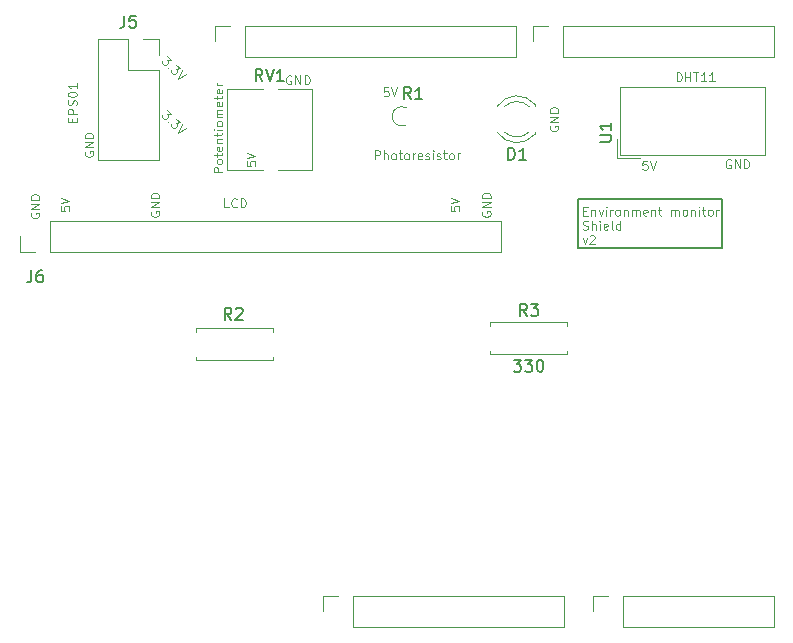
<source format=gto>
%TF.GenerationSoftware,KiCad,Pcbnew,7.0.1-0*%
%TF.CreationDate,2023-03-23T13:45:05+11:00*%
%TF.ProjectId,ArduinoEnvironmentMonitorShield,41726475-696e-46f4-956e-7669726f6e6d,rev?*%
%TF.SameCoordinates,Original*%
%TF.FileFunction,Legend,Top*%
%TF.FilePolarity,Positive*%
%FSLAX46Y46*%
G04 Gerber Fmt 4.6, Leading zero omitted, Abs format (unit mm)*
G04 Created by KiCad (PCBNEW 7.0.1-0) date 2023-03-23 13:45:05*
%MOMM*%
%LPD*%
G01*
G04 APERTURE LIST*
%ADD10C,0.150000*%
%ADD11C,0.100000*%
%ADD12C,0.120000*%
G04 APERTURE END LIST*
D10*
X148260000Y-62535000D02*
X160452000Y-62535000D01*
X160452000Y-66726000D01*
X148260000Y-66726000D01*
X148260000Y-62535000D01*
D11*
X131035429Y-59198964D02*
X131035429Y-58448964D01*
X131035429Y-58448964D02*
X131321143Y-58448964D01*
X131321143Y-58448964D02*
X131392572Y-58484678D01*
X131392572Y-58484678D02*
X131428286Y-58520392D01*
X131428286Y-58520392D02*
X131464000Y-58591821D01*
X131464000Y-58591821D02*
X131464000Y-58698964D01*
X131464000Y-58698964D02*
X131428286Y-58770392D01*
X131428286Y-58770392D02*
X131392572Y-58806107D01*
X131392572Y-58806107D02*
X131321143Y-58841821D01*
X131321143Y-58841821D02*
X131035429Y-58841821D01*
X131785429Y-59198964D02*
X131785429Y-58448964D01*
X132106858Y-59198964D02*
X132106858Y-58806107D01*
X132106858Y-58806107D02*
X132071143Y-58734678D01*
X132071143Y-58734678D02*
X131999715Y-58698964D01*
X131999715Y-58698964D02*
X131892572Y-58698964D01*
X131892572Y-58698964D02*
X131821143Y-58734678D01*
X131821143Y-58734678D02*
X131785429Y-58770392D01*
X132571143Y-59198964D02*
X132499714Y-59163250D01*
X132499714Y-59163250D02*
X132464000Y-59127535D01*
X132464000Y-59127535D02*
X132428286Y-59056107D01*
X132428286Y-59056107D02*
X132428286Y-58841821D01*
X132428286Y-58841821D02*
X132464000Y-58770392D01*
X132464000Y-58770392D02*
X132499714Y-58734678D01*
X132499714Y-58734678D02*
X132571143Y-58698964D01*
X132571143Y-58698964D02*
X132678286Y-58698964D01*
X132678286Y-58698964D02*
X132749714Y-58734678D01*
X132749714Y-58734678D02*
X132785429Y-58770392D01*
X132785429Y-58770392D02*
X132821143Y-58841821D01*
X132821143Y-58841821D02*
X132821143Y-59056107D01*
X132821143Y-59056107D02*
X132785429Y-59127535D01*
X132785429Y-59127535D02*
X132749714Y-59163250D01*
X132749714Y-59163250D02*
X132678286Y-59198964D01*
X132678286Y-59198964D02*
X132571143Y-59198964D01*
X133035428Y-58698964D02*
X133321142Y-58698964D01*
X133142571Y-58448964D02*
X133142571Y-59091821D01*
X133142571Y-59091821D02*
X133178285Y-59163250D01*
X133178285Y-59163250D02*
X133249714Y-59198964D01*
X133249714Y-59198964D02*
X133321142Y-59198964D01*
X133678285Y-59198964D02*
X133606856Y-59163250D01*
X133606856Y-59163250D02*
X133571142Y-59127535D01*
X133571142Y-59127535D02*
X133535428Y-59056107D01*
X133535428Y-59056107D02*
X133535428Y-58841821D01*
X133535428Y-58841821D02*
X133571142Y-58770392D01*
X133571142Y-58770392D02*
X133606856Y-58734678D01*
X133606856Y-58734678D02*
X133678285Y-58698964D01*
X133678285Y-58698964D02*
X133785428Y-58698964D01*
X133785428Y-58698964D02*
X133856856Y-58734678D01*
X133856856Y-58734678D02*
X133892571Y-58770392D01*
X133892571Y-58770392D02*
X133928285Y-58841821D01*
X133928285Y-58841821D02*
X133928285Y-59056107D01*
X133928285Y-59056107D02*
X133892571Y-59127535D01*
X133892571Y-59127535D02*
X133856856Y-59163250D01*
X133856856Y-59163250D02*
X133785428Y-59198964D01*
X133785428Y-59198964D02*
X133678285Y-59198964D01*
X134249713Y-59198964D02*
X134249713Y-58698964D01*
X134249713Y-58841821D02*
X134285427Y-58770392D01*
X134285427Y-58770392D02*
X134321142Y-58734678D01*
X134321142Y-58734678D02*
X134392570Y-58698964D01*
X134392570Y-58698964D02*
X134463999Y-58698964D01*
X134999713Y-59163250D02*
X134928285Y-59198964D01*
X134928285Y-59198964D02*
X134785428Y-59198964D01*
X134785428Y-59198964D02*
X134713999Y-59163250D01*
X134713999Y-59163250D02*
X134678285Y-59091821D01*
X134678285Y-59091821D02*
X134678285Y-58806107D01*
X134678285Y-58806107D02*
X134713999Y-58734678D01*
X134713999Y-58734678D02*
X134785428Y-58698964D01*
X134785428Y-58698964D02*
X134928285Y-58698964D01*
X134928285Y-58698964D02*
X134999713Y-58734678D01*
X134999713Y-58734678D02*
X135035428Y-58806107D01*
X135035428Y-58806107D02*
X135035428Y-58877535D01*
X135035428Y-58877535D02*
X134678285Y-58948964D01*
X135321142Y-59163250D02*
X135392570Y-59198964D01*
X135392570Y-59198964D02*
X135535427Y-59198964D01*
X135535427Y-59198964D02*
X135606856Y-59163250D01*
X135606856Y-59163250D02*
X135642570Y-59091821D01*
X135642570Y-59091821D02*
X135642570Y-59056107D01*
X135642570Y-59056107D02*
X135606856Y-58984678D01*
X135606856Y-58984678D02*
X135535427Y-58948964D01*
X135535427Y-58948964D02*
X135428285Y-58948964D01*
X135428285Y-58948964D02*
X135356856Y-58913250D01*
X135356856Y-58913250D02*
X135321142Y-58841821D01*
X135321142Y-58841821D02*
X135321142Y-58806107D01*
X135321142Y-58806107D02*
X135356856Y-58734678D01*
X135356856Y-58734678D02*
X135428285Y-58698964D01*
X135428285Y-58698964D02*
X135535427Y-58698964D01*
X135535427Y-58698964D02*
X135606856Y-58734678D01*
X135963999Y-59198964D02*
X135963999Y-58698964D01*
X135963999Y-58448964D02*
X135928285Y-58484678D01*
X135928285Y-58484678D02*
X135963999Y-58520392D01*
X135963999Y-58520392D02*
X135999713Y-58484678D01*
X135999713Y-58484678D02*
X135963999Y-58448964D01*
X135963999Y-58448964D02*
X135963999Y-58520392D01*
X136285428Y-59163250D02*
X136356856Y-59198964D01*
X136356856Y-59198964D02*
X136499713Y-59198964D01*
X136499713Y-59198964D02*
X136571142Y-59163250D01*
X136571142Y-59163250D02*
X136606856Y-59091821D01*
X136606856Y-59091821D02*
X136606856Y-59056107D01*
X136606856Y-59056107D02*
X136571142Y-58984678D01*
X136571142Y-58984678D02*
X136499713Y-58948964D01*
X136499713Y-58948964D02*
X136392571Y-58948964D01*
X136392571Y-58948964D02*
X136321142Y-58913250D01*
X136321142Y-58913250D02*
X136285428Y-58841821D01*
X136285428Y-58841821D02*
X136285428Y-58806107D01*
X136285428Y-58806107D02*
X136321142Y-58734678D01*
X136321142Y-58734678D02*
X136392571Y-58698964D01*
X136392571Y-58698964D02*
X136499713Y-58698964D01*
X136499713Y-58698964D02*
X136571142Y-58734678D01*
X136821142Y-58698964D02*
X137106856Y-58698964D01*
X136928285Y-58448964D02*
X136928285Y-59091821D01*
X136928285Y-59091821D02*
X136963999Y-59163250D01*
X136963999Y-59163250D02*
X137035428Y-59198964D01*
X137035428Y-59198964D02*
X137106856Y-59198964D01*
X137463999Y-59198964D02*
X137392570Y-59163250D01*
X137392570Y-59163250D02*
X137356856Y-59127535D01*
X137356856Y-59127535D02*
X137321142Y-59056107D01*
X137321142Y-59056107D02*
X137321142Y-58841821D01*
X137321142Y-58841821D02*
X137356856Y-58770392D01*
X137356856Y-58770392D02*
X137392570Y-58734678D01*
X137392570Y-58734678D02*
X137463999Y-58698964D01*
X137463999Y-58698964D02*
X137571142Y-58698964D01*
X137571142Y-58698964D02*
X137642570Y-58734678D01*
X137642570Y-58734678D02*
X137678285Y-58770392D01*
X137678285Y-58770392D02*
X137713999Y-58841821D01*
X137713999Y-58841821D02*
X137713999Y-59056107D01*
X137713999Y-59056107D02*
X137678285Y-59127535D01*
X137678285Y-59127535D02*
X137642570Y-59163250D01*
X137642570Y-59163250D02*
X137571142Y-59198964D01*
X137571142Y-59198964D02*
X137463999Y-59198964D01*
X138035427Y-59198964D02*
X138035427Y-58698964D01*
X138035427Y-58841821D02*
X138071141Y-58770392D01*
X138071141Y-58770392D02*
X138106856Y-58734678D01*
X138106856Y-58734678D02*
X138178284Y-58698964D01*
X138178284Y-58698964D02*
X138249713Y-58698964D01*
X106490678Y-58534428D02*
X106454964Y-58605857D01*
X106454964Y-58605857D02*
X106454964Y-58712999D01*
X106454964Y-58712999D02*
X106490678Y-58820142D01*
X106490678Y-58820142D02*
X106562107Y-58891571D01*
X106562107Y-58891571D02*
X106633535Y-58927285D01*
X106633535Y-58927285D02*
X106776392Y-58962999D01*
X106776392Y-58962999D02*
X106883535Y-58962999D01*
X106883535Y-58962999D02*
X107026392Y-58927285D01*
X107026392Y-58927285D02*
X107097821Y-58891571D01*
X107097821Y-58891571D02*
X107169250Y-58820142D01*
X107169250Y-58820142D02*
X107204964Y-58712999D01*
X107204964Y-58712999D02*
X107204964Y-58641571D01*
X107204964Y-58641571D02*
X107169250Y-58534428D01*
X107169250Y-58534428D02*
X107133535Y-58498714D01*
X107133535Y-58498714D02*
X106883535Y-58498714D01*
X106883535Y-58498714D02*
X106883535Y-58641571D01*
X107204964Y-58177285D02*
X106454964Y-58177285D01*
X106454964Y-58177285D02*
X107204964Y-57748714D01*
X107204964Y-57748714D02*
X106454964Y-57748714D01*
X107204964Y-57391571D02*
X106454964Y-57391571D01*
X106454964Y-57391571D02*
X106454964Y-57213000D01*
X106454964Y-57213000D02*
X106490678Y-57105857D01*
X106490678Y-57105857D02*
X106562107Y-57034428D01*
X106562107Y-57034428D02*
X106633535Y-56998714D01*
X106633535Y-56998714D02*
X106776392Y-56963000D01*
X106776392Y-56963000D02*
X106883535Y-56963000D01*
X106883535Y-56963000D02*
X107026392Y-56998714D01*
X107026392Y-56998714D02*
X107097821Y-57034428D01*
X107097821Y-57034428D02*
X107169250Y-57105857D01*
X107169250Y-57105857D02*
X107204964Y-57213000D01*
X107204964Y-57213000D02*
X107204964Y-57391571D01*
X161150571Y-59246678D02*
X161079143Y-59210964D01*
X161079143Y-59210964D02*
X160972000Y-59210964D01*
X160972000Y-59210964D02*
X160864857Y-59246678D01*
X160864857Y-59246678D02*
X160793428Y-59318107D01*
X160793428Y-59318107D02*
X160757714Y-59389535D01*
X160757714Y-59389535D02*
X160722000Y-59532392D01*
X160722000Y-59532392D02*
X160722000Y-59639535D01*
X160722000Y-59639535D02*
X160757714Y-59782392D01*
X160757714Y-59782392D02*
X160793428Y-59853821D01*
X160793428Y-59853821D02*
X160864857Y-59925250D01*
X160864857Y-59925250D02*
X160972000Y-59960964D01*
X160972000Y-59960964D02*
X161043428Y-59960964D01*
X161043428Y-59960964D02*
X161150571Y-59925250D01*
X161150571Y-59925250D02*
X161186285Y-59889535D01*
X161186285Y-59889535D02*
X161186285Y-59639535D01*
X161186285Y-59639535D02*
X161043428Y-59639535D01*
X161507714Y-59960964D02*
X161507714Y-59210964D01*
X161507714Y-59210964D02*
X161936285Y-59960964D01*
X161936285Y-59960964D02*
X161936285Y-59210964D01*
X162293428Y-59960964D02*
X162293428Y-59210964D01*
X162293428Y-59210964D02*
X162471999Y-59210964D01*
X162471999Y-59210964D02*
X162579142Y-59246678D01*
X162579142Y-59246678D02*
X162650571Y-59318107D01*
X162650571Y-59318107D02*
X162686285Y-59389535D01*
X162686285Y-59389535D02*
X162721999Y-59532392D01*
X162721999Y-59532392D02*
X162721999Y-59639535D01*
X162721999Y-59639535D02*
X162686285Y-59782392D01*
X162686285Y-59782392D02*
X162650571Y-59853821D01*
X162650571Y-59853821D02*
X162579142Y-59925250D01*
X162579142Y-59925250D02*
X162471999Y-59960964D01*
X162471999Y-59960964D02*
X162293428Y-59960964D01*
X113472120Y-50418142D02*
X113800420Y-50746441D01*
X113800420Y-50746441D02*
X113421613Y-50771695D01*
X113421613Y-50771695D02*
X113497374Y-50847457D01*
X113497374Y-50847457D02*
X113522628Y-50923218D01*
X113522628Y-50923218D02*
X113522628Y-50973726D01*
X113522628Y-50973726D02*
X113497374Y-51049487D01*
X113497374Y-51049487D02*
X113371105Y-51175756D01*
X113371105Y-51175756D02*
X113295344Y-51201010D01*
X113295344Y-51201010D02*
X113244836Y-51201010D01*
X113244836Y-51201010D02*
X113169075Y-51175756D01*
X113169075Y-51175756D02*
X113017552Y-51024233D01*
X113017552Y-51024233D02*
X112992298Y-50948472D01*
X112992298Y-50948472D02*
X112992298Y-50897964D01*
X113547882Y-51453548D02*
X113547882Y-51504056D01*
X113547882Y-51504056D02*
X113497374Y-51504056D01*
X113497374Y-51504056D02*
X113497374Y-51453548D01*
X113497374Y-51453548D02*
X113547882Y-51453548D01*
X113547882Y-51453548D02*
X113497374Y-51504056D01*
X114229735Y-51175757D02*
X114558035Y-51504056D01*
X114558035Y-51504056D02*
X114179227Y-51529310D01*
X114179227Y-51529310D02*
X114254989Y-51605071D01*
X114254989Y-51605071D02*
X114280243Y-51680833D01*
X114280243Y-51680833D02*
X114280243Y-51731340D01*
X114280243Y-51731340D02*
X114254989Y-51807102D01*
X114254989Y-51807102D02*
X114128720Y-51933371D01*
X114128720Y-51933371D02*
X114052958Y-51958625D01*
X114052958Y-51958625D02*
X114002451Y-51958625D01*
X114002451Y-51958625D02*
X113926689Y-51933371D01*
X113926689Y-51933371D02*
X113775166Y-51781848D01*
X113775166Y-51781848D02*
X113749913Y-51706087D01*
X113749913Y-51706087D02*
X113749913Y-51655579D01*
X114709558Y-51655579D02*
X114356004Y-52362686D01*
X114356004Y-52362686D02*
X115063111Y-52009133D01*
X137442964Y-63185856D02*
X137442964Y-63542999D01*
X137442964Y-63542999D02*
X137800107Y-63578713D01*
X137800107Y-63578713D02*
X137764392Y-63542999D01*
X137764392Y-63542999D02*
X137728678Y-63471571D01*
X137728678Y-63471571D02*
X137728678Y-63292999D01*
X137728678Y-63292999D02*
X137764392Y-63221571D01*
X137764392Y-63221571D02*
X137800107Y-63185856D01*
X137800107Y-63185856D02*
X137871535Y-63150142D01*
X137871535Y-63150142D02*
X138050107Y-63150142D01*
X138050107Y-63150142D02*
X138121535Y-63185856D01*
X138121535Y-63185856D02*
X138157250Y-63221571D01*
X138157250Y-63221571D02*
X138192964Y-63292999D01*
X138192964Y-63292999D02*
X138192964Y-63471571D01*
X138192964Y-63471571D02*
X138157250Y-63542999D01*
X138157250Y-63542999D02*
X138121535Y-63578713D01*
X137442964Y-62935856D02*
X138192964Y-62685856D01*
X138192964Y-62685856D02*
X137442964Y-62435856D01*
X123939571Y-52134678D02*
X123868143Y-52098964D01*
X123868143Y-52098964D02*
X123761000Y-52098964D01*
X123761000Y-52098964D02*
X123653857Y-52134678D01*
X123653857Y-52134678D02*
X123582428Y-52206107D01*
X123582428Y-52206107D02*
X123546714Y-52277535D01*
X123546714Y-52277535D02*
X123511000Y-52420392D01*
X123511000Y-52420392D02*
X123511000Y-52527535D01*
X123511000Y-52527535D02*
X123546714Y-52670392D01*
X123546714Y-52670392D02*
X123582428Y-52741821D01*
X123582428Y-52741821D02*
X123653857Y-52813250D01*
X123653857Y-52813250D02*
X123761000Y-52848964D01*
X123761000Y-52848964D02*
X123832428Y-52848964D01*
X123832428Y-52848964D02*
X123939571Y-52813250D01*
X123939571Y-52813250D02*
X123975285Y-52777535D01*
X123975285Y-52777535D02*
X123975285Y-52527535D01*
X123975285Y-52527535D02*
X123832428Y-52527535D01*
X124296714Y-52848964D02*
X124296714Y-52098964D01*
X124296714Y-52098964D02*
X124725285Y-52848964D01*
X124725285Y-52848964D02*
X124725285Y-52098964D01*
X125082428Y-52848964D02*
X125082428Y-52098964D01*
X125082428Y-52098964D02*
X125260999Y-52098964D01*
X125260999Y-52098964D02*
X125368142Y-52134678D01*
X125368142Y-52134678D02*
X125439571Y-52206107D01*
X125439571Y-52206107D02*
X125475285Y-52277535D01*
X125475285Y-52277535D02*
X125510999Y-52420392D01*
X125510999Y-52420392D02*
X125510999Y-52527535D01*
X125510999Y-52527535D02*
X125475285Y-52670392D01*
X125475285Y-52670392D02*
X125439571Y-52741821D01*
X125439571Y-52741821D02*
X125368142Y-52813250D01*
X125368142Y-52813250D02*
X125260999Y-52848964D01*
X125260999Y-52848964D02*
X125082428Y-52848964D01*
X148692571Y-63560107D02*
X148942571Y-63560107D01*
X149049714Y-63952964D02*
X148692571Y-63952964D01*
X148692571Y-63952964D02*
X148692571Y-63202964D01*
X148692571Y-63202964D02*
X149049714Y-63202964D01*
X149371142Y-63452964D02*
X149371142Y-63952964D01*
X149371142Y-63524392D02*
X149406856Y-63488678D01*
X149406856Y-63488678D02*
X149478285Y-63452964D01*
X149478285Y-63452964D02*
X149585428Y-63452964D01*
X149585428Y-63452964D02*
X149656856Y-63488678D01*
X149656856Y-63488678D02*
X149692571Y-63560107D01*
X149692571Y-63560107D02*
X149692571Y-63952964D01*
X149978284Y-63452964D02*
X150156856Y-63952964D01*
X150156856Y-63952964D02*
X150335427Y-63452964D01*
X150621142Y-63952964D02*
X150621142Y-63452964D01*
X150621142Y-63202964D02*
X150585428Y-63238678D01*
X150585428Y-63238678D02*
X150621142Y-63274392D01*
X150621142Y-63274392D02*
X150656856Y-63238678D01*
X150656856Y-63238678D02*
X150621142Y-63202964D01*
X150621142Y-63202964D02*
X150621142Y-63274392D01*
X150978285Y-63952964D02*
X150978285Y-63452964D01*
X150978285Y-63595821D02*
X151013999Y-63524392D01*
X151013999Y-63524392D02*
X151049714Y-63488678D01*
X151049714Y-63488678D02*
X151121142Y-63452964D01*
X151121142Y-63452964D02*
X151192571Y-63452964D01*
X151549714Y-63952964D02*
X151478285Y-63917250D01*
X151478285Y-63917250D02*
X151442571Y-63881535D01*
X151442571Y-63881535D02*
X151406857Y-63810107D01*
X151406857Y-63810107D02*
X151406857Y-63595821D01*
X151406857Y-63595821D02*
X151442571Y-63524392D01*
X151442571Y-63524392D02*
X151478285Y-63488678D01*
X151478285Y-63488678D02*
X151549714Y-63452964D01*
X151549714Y-63452964D02*
X151656857Y-63452964D01*
X151656857Y-63452964D02*
X151728285Y-63488678D01*
X151728285Y-63488678D02*
X151764000Y-63524392D01*
X151764000Y-63524392D02*
X151799714Y-63595821D01*
X151799714Y-63595821D02*
X151799714Y-63810107D01*
X151799714Y-63810107D02*
X151764000Y-63881535D01*
X151764000Y-63881535D02*
X151728285Y-63917250D01*
X151728285Y-63917250D02*
X151656857Y-63952964D01*
X151656857Y-63952964D02*
X151549714Y-63952964D01*
X152121142Y-63452964D02*
X152121142Y-63952964D01*
X152121142Y-63524392D02*
X152156856Y-63488678D01*
X152156856Y-63488678D02*
X152228285Y-63452964D01*
X152228285Y-63452964D02*
X152335428Y-63452964D01*
X152335428Y-63452964D02*
X152406856Y-63488678D01*
X152406856Y-63488678D02*
X152442571Y-63560107D01*
X152442571Y-63560107D02*
X152442571Y-63952964D01*
X152799713Y-63952964D02*
X152799713Y-63452964D01*
X152799713Y-63524392D02*
X152835427Y-63488678D01*
X152835427Y-63488678D02*
X152906856Y-63452964D01*
X152906856Y-63452964D02*
X153013999Y-63452964D01*
X153013999Y-63452964D02*
X153085427Y-63488678D01*
X153085427Y-63488678D02*
X153121142Y-63560107D01*
X153121142Y-63560107D02*
X153121142Y-63952964D01*
X153121142Y-63560107D02*
X153156856Y-63488678D01*
X153156856Y-63488678D02*
X153228284Y-63452964D01*
X153228284Y-63452964D02*
X153335427Y-63452964D01*
X153335427Y-63452964D02*
X153406856Y-63488678D01*
X153406856Y-63488678D02*
X153442570Y-63560107D01*
X153442570Y-63560107D02*
X153442570Y-63952964D01*
X154085427Y-63917250D02*
X154013999Y-63952964D01*
X154013999Y-63952964D02*
X153871142Y-63952964D01*
X153871142Y-63952964D02*
X153799713Y-63917250D01*
X153799713Y-63917250D02*
X153763999Y-63845821D01*
X153763999Y-63845821D02*
X153763999Y-63560107D01*
X153763999Y-63560107D02*
X153799713Y-63488678D01*
X153799713Y-63488678D02*
X153871142Y-63452964D01*
X153871142Y-63452964D02*
X154013999Y-63452964D01*
X154013999Y-63452964D02*
X154085427Y-63488678D01*
X154085427Y-63488678D02*
X154121142Y-63560107D01*
X154121142Y-63560107D02*
X154121142Y-63631535D01*
X154121142Y-63631535D02*
X153763999Y-63702964D01*
X154442570Y-63452964D02*
X154442570Y-63952964D01*
X154442570Y-63524392D02*
X154478284Y-63488678D01*
X154478284Y-63488678D02*
X154549713Y-63452964D01*
X154549713Y-63452964D02*
X154656856Y-63452964D01*
X154656856Y-63452964D02*
X154728284Y-63488678D01*
X154728284Y-63488678D02*
X154763999Y-63560107D01*
X154763999Y-63560107D02*
X154763999Y-63952964D01*
X155013998Y-63452964D02*
X155299712Y-63452964D01*
X155121141Y-63202964D02*
X155121141Y-63845821D01*
X155121141Y-63845821D02*
X155156855Y-63917250D01*
X155156855Y-63917250D02*
X155228284Y-63952964D01*
X155228284Y-63952964D02*
X155299712Y-63952964D01*
X156121141Y-63952964D02*
X156121141Y-63452964D01*
X156121141Y-63524392D02*
X156156855Y-63488678D01*
X156156855Y-63488678D02*
X156228284Y-63452964D01*
X156228284Y-63452964D02*
X156335427Y-63452964D01*
X156335427Y-63452964D02*
X156406855Y-63488678D01*
X156406855Y-63488678D02*
X156442570Y-63560107D01*
X156442570Y-63560107D02*
X156442570Y-63952964D01*
X156442570Y-63560107D02*
X156478284Y-63488678D01*
X156478284Y-63488678D02*
X156549712Y-63452964D01*
X156549712Y-63452964D02*
X156656855Y-63452964D01*
X156656855Y-63452964D02*
X156728284Y-63488678D01*
X156728284Y-63488678D02*
X156763998Y-63560107D01*
X156763998Y-63560107D02*
X156763998Y-63952964D01*
X157228284Y-63952964D02*
X157156855Y-63917250D01*
X157156855Y-63917250D02*
X157121141Y-63881535D01*
X157121141Y-63881535D02*
X157085427Y-63810107D01*
X157085427Y-63810107D02*
X157085427Y-63595821D01*
X157085427Y-63595821D02*
X157121141Y-63524392D01*
X157121141Y-63524392D02*
X157156855Y-63488678D01*
X157156855Y-63488678D02*
X157228284Y-63452964D01*
X157228284Y-63452964D02*
X157335427Y-63452964D01*
X157335427Y-63452964D02*
X157406855Y-63488678D01*
X157406855Y-63488678D02*
X157442570Y-63524392D01*
X157442570Y-63524392D02*
X157478284Y-63595821D01*
X157478284Y-63595821D02*
X157478284Y-63810107D01*
X157478284Y-63810107D02*
X157442570Y-63881535D01*
X157442570Y-63881535D02*
X157406855Y-63917250D01*
X157406855Y-63917250D02*
X157335427Y-63952964D01*
X157335427Y-63952964D02*
X157228284Y-63952964D01*
X157799712Y-63452964D02*
X157799712Y-63952964D01*
X157799712Y-63524392D02*
X157835426Y-63488678D01*
X157835426Y-63488678D02*
X157906855Y-63452964D01*
X157906855Y-63452964D02*
X158013998Y-63452964D01*
X158013998Y-63452964D02*
X158085426Y-63488678D01*
X158085426Y-63488678D02*
X158121141Y-63560107D01*
X158121141Y-63560107D02*
X158121141Y-63952964D01*
X158478283Y-63952964D02*
X158478283Y-63452964D01*
X158478283Y-63202964D02*
X158442569Y-63238678D01*
X158442569Y-63238678D02*
X158478283Y-63274392D01*
X158478283Y-63274392D02*
X158513997Y-63238678D01*
X158513997Y-63238678D02*
X158478283Y-63202964D01*
X158478283Y-63202964D02*
X158478283Y-63274392D01*
X158728283Y-63452964D02*
X159013997Y-63452964D01*
X158835426Y-63202964D02*
X158835426Y-63845821D01*
X158835426Y-63845821D02*
X158871140Y-63917250D01*
X158871140Y-63917250D02*
X158942569Y-63952964D01*
X158942569Y-63952964D02*
X159013997Y-63952964D01*
X159371140Y-63952964D02*
X159299711Y-63917250D01*
X159299711Y-63917250D02*
X159263997Y-63881535D01*
X159263997Y-63881535D02*
X159228283Y-63810107D01*
X159228283Y-63810107D02*
X159228283Y-63595821D01*
X159228283Y-63595821D02*
X159263997Y-63524392D01*
X159263997Y-63524392D02*
X159299711Y-63488678D01*
X159299711Y-63488678D02*
X159371140Y-63452964D01*
X159371140Y-63452964D02*
X159478283Y-63452964D01*
X159478283Y-63452964D02*
X159549711Y-63488678D01*
X159549711Y-63488678D02*
X159585426Y-63524392D01*
X159585426Y-63524392D02*
X159621140Y-63595821D01*
X159621140Y-63595821D02*
X159621140Y-63810107D01*
X159621140Y-63810107D02*
X159585426Y-63881535D01*
X159585426Y-63881535D02*
X159549711Y-63917250D01*
X159549711Y-63917250D02*
X159478283Y-63952964D01*
X159478283Y-63952964D02*
X159371140Y-63952964D01*
X159942568Y-63952964D02*
X159942568Y-63452964D01*
X159942568Y-63595821D02*
X159978282Y-63524392D01*
X159978282Y-63524392D02*
X160013997Y-63488678D01*
X160013997Y-63488678D02*
X160085425Y-63452964D01*
X160085425Y-63452964D02*
X160156854Y-63452964D01*
X148656857Y-65132250D02*
X148764000Y-65167964D01*
X148764000Y-65167964D02*
X148942571Y-65167964D01*
X148942571Y-65167964D02*
X149014000Y-65132250D01*
X149014000Y-65132250D02*
X149049714Y-65096535D01*
X149049714Y-65096535D02*
X149085428Y-65025107D01*
X149085428Y-65025107D02*
X149085428Y-64953678D01*
X149085428Y-64953678D02*
X149049714Y-64882250D01*
X149049714Y-64882250D02*
X149014000Y-64846535D01*
X149014000Y-64846535D02*
X148942571Y-64810821D01*
X148942571Y-64810821D02*
X148799714Y-64775107D01*
X148799714Y-64775107D02*
X148728285Y-64739392D01*
X148728285Y-64739392D02*
X148692571Y-64703678D01*
X148692571Y-64703678D02*
X148656857Y-64632250D01*
X148656857Y-64632250D02*
X148656857Y-64560821D01*
X148656857Y-64560821D02*
X148692571Y-64489392D01*
X148692571Y-64489392D02*
X148728285Y-64453678D01*
X148728285Y-64453678D02*
X148799714Y-64417964D01*
X148799714Y-64417964D02*
X148978285Y-64417964D01*
X148978285Y-64417964D02*
X149085428Y-64453678D01*
X149406857Y-65167964D02*
X149406857Y-64417964D01*
X149728286Y-65167964D02*
X149728286Y-64775107D01*
X149728286Y-64775107D02*
X149692571Y-64703678D01*
X149692571Y-64703678D02*
X149621143Y-64667964D01*
X149621143Y-64667964D02*
X149514000Y-64667964D01*
X149514000Y-64667964D02*
X149442571Y-64703678D01*
X149442571Y-64703678D02*
X149406857Y-64739392D01*
X150085428Y-65167964D02*
X150085428Y-64667964D01*
X150085428Y-64417964D02*
X150049714Y-64453678D01*
X150049714Y-64453678D02*
X150085428Y-64489392D01*
X150085428Y-64489392D02*
X150121142Y-64453678D01*
X150121142Y-64453678D02*
X150085428Y-64417964D01*
X150085428Y-64417964D02*
X150085428Y-64489392D01*
X150728285Y-65132250D02*
X150656857Y-65167964D01*
X150656857Y-65167964D02*
X150514000Y-65167964D01*
X150514000Y-65167964D02*
X150442571Y-65132250D01*
X150442571Y-65132250D02*
X150406857Y-65060821D01*
X150406857Y-65060821D02*
X150406857Y-64775107D01*
X150406857Y-64775107D02*
X150442571Y-64703678D01*
X150442571Y-64703678D02*
X150514000Y-64667964D01*
X150514000Y-64667964D02*
X150656857Y-64667964D01*
X150656857Y-64667964D02*
X150728285Y-64703678D01*
X150728285Y-64703678D02*
X150764000Y-64775107D01*
X150764000Y-64775107D02*
X150764000Y-64846535D01*
X150764000Y-64846535D02*
X150406857Y-64917964D01*
X151192571Y-65167964D02*
X151121142Y-65132250D01*
X151121142Y-65132250D02*
X151085428Y-65060821D01*
X151085428Y-65060821D02*
X151085428Y-64417964D01*
X151799714Y-65167964D02*
X151799714Y-64417964D01*
X151799714Y-65132250D02*
X151728285Y-65167964D01*
X151728285Y-65167964D02*
X151585428Y-65167964D01*
X151585428Y-65167964D02*
X151513999Y-65132250D01*
X151513999Y-65132250D02*
X151478285Y-65096535D01*
X151478285Y-65096535D02*
X151442571Y-65025107D01*
X151442571Y-65025107D02*
X151442571Y-64810821D01*
X151442571Y-64810821D02*
X151478285Y-64739392D01*
X151478285Y-64739392D02*
X151513999Y-64703678D01*
X151513999Y-64703678D02*
X151585428Y-64667964D01*
X151585428Y-64667964D02*
X151728285Y-64667964D01*
X151728285Y-64667964D02*
X151799714Y-64703678D01*
X148621142Y-65882964D02*
X148799714Y-66382964D01*
X148799714Y-66382964D02*
X148978285Y-65882964D01*
X149228286Y-65704392D02*
X149264000Y-65668678D01*
X149264000Y-65668678D02*
X149335429Y-65632964D01*
X149335429Y-65632964D02*
X149514000Y-65632964D01*
X149514000Y-65632964D02*
X149585429Y-65668678D01*
X149585429Y-65668678D02*
X149621143Y-65704392D01*
X149621143Y-65704392D02*
X149656857Y-65775821D01*
X149656857Y-65775821D02*
X149656857Y-65847250D01*
X149656857Y-65847250D02*
X149621143Y-65954392D01*
X149621143Y-65954392D02*
X149192571Y-66382964D01*
X149192571Y-66382964D02*
X149656857Y-66382964D01*
X118126964Y-60298141D02*
X117376964Y-60298141D01*
X117376964Y-60298141D02*
X117376964Y-60012427D01*
X117376964Y-60012427D02*
X117412678Y-59940998D01*
X117412678Y-59940998D02*
X117448392Y-59905284D01*
X117448392Y-59905284D02*
X117519821Y-59869570D01*
X117519821Y-59869570D02*
X117626964Y-59869570D01*
X117626964Y-59869570D02*
X117698392Y-59905284D01*
X117698392Y-59905284D02*
X117734107Y-59940998D01*
X117734107Y-59940998D02*
X117769821Y-60012427D01*
X117769821Y-60012427D02*
X117769821Y-60298141D01*
X118126964Y-59440998D02*
X118091250Y-59512427D01*
X118091250Y-59512427D02*
X118055535Y-59548141D01*
X118055535Y-59548141D02*
X117984107Y-59583855D01*
X117984107Y-59583855D02*
X117769821Y-59583855D01*
X117769821Y-59583855D02*
X117698392Y-59548141D01*
X117698392Y-59548141D02*
X117662678Y-59512427D01*
X117662678Y-59512427D02*
X117626964Y-59440998D01*
X117626964Y-59440998D02*
X117626964Y-59333855D01*
X117626964Y-59333855D02*
X117662678Y-59262427D01*
X117662678Y-59262427D02*
X117698392Y-59226713D01*
X117698392Y-59226713D02*
X117769821Y-59190998D01*
X117769821Y-59190998D02*
X117984107Y-59190998D01*
X117984107Y-59190998D02*
X118055535Y-59226713D01*
X118055535Y-59226713D02*
X118091250Y-59262427D01*
X118091250Y-59262427D02*
X118126964Y-59333855D01*
X118126964Y-59333855D02*
X118126964Y-59440998D01*
X117626964Y-58976713D02*
X117626964Y-58690999D01*
X117376964Y-58869570D02*
X118019821Y-58869570D01*
X118019821Y-58869570D02*
X118091250Y-58833856D01*
X118091250Y-58833856D02*
X118126964Y-58762427D01*
X118126964Y-58762427D02*
X118126964Y-58690999D01*
X118091250Y-58155285D02*
X118126964Y-58226713D01*
X118126964Y-58226713D02*
X118126964Y-58369571D01*
X118126964Y-58369571D02*
X118091250Y-58440999D01*
X118091250Y-58440999D02*
X118019821Y-58476713D01*
X118019821Y-58476713D02*
X117734107Y-58476713D01*
X117734107Y-58476713D02*
X117662678Y-58440999D01*
X117662678Y-58440999D02*
X117626964Y-58369571D01*
X117626964Y-58369571D02*
X117626964Y-58226713D01*
X117626964Y-58226713D02*
X117662678Y-58155285D01*
X117662678Y-58155285D02*
X117734107Y-58119571D01*
X117734107Y-58119571D02*
X117805535Y-58119571D01*
X117805535Y-58119571D02*
X117876964Y-58476713D01*
X117626964Y-57798142D02*
X118126964Y-57798142D01*
X117698392Y-57798142D02*
X117662678Y-57762428D01*
X117662678Y-57762428D02*
X117626964Y-57690999D01*
X117626964Y-57690999D02*
X117626964Y-57583856D01*
X117626964Y-57583856D02*
X117662678Y-57512428D01*
X117662678Y-57512428D02*
X117734107Y-57476714D01*
X117734107Y-57476714D02*
X118126964Y-57476714D01*
X117626964Y-57226714D02*
X117626964Y-56941000D01*
X117376964Y-57119571D02*
X118019821Y-57119571D01*
X118019821Y-57119571D02*
X118091250Y-57083857D01*
X118091250Y-57083857D02*
X118126964Y-57012428D01*
X118126964Y-57012428D02*
X118126964Y-56941000D01*
X118126964Y-56691000D02*
X117626964Y-56691000D01*
X117376964Y-56691000D02*
X117412678Y-56726714D01*
X117412678Y-56726714D02*
X117448392Y-56691000D01*
X117448392Y-56691000D02*
X117412678Y-56655286D01*
X117412678Y-56655286D02*
X117376964Y-56691000D01*
X117376964Y-56691000D02*
X117448392Y-56691000D01*
X118126964Y-56226714D02*
X118091250Y-56298143D01*
X118091250Y-56298143D02*
X118055535Y-56333857D01*
X118055535Y-56333857D02*
X117984107Y-56369571D01*
X117984107Y-56369571D02*
X117769821Y-56369571D01*
X117769821Y-56369571D02*
X117698392Y-56333857D01*
X117698392Y-56333857D02*
X117662678Y-56298143D01*
X117662678Y-56298143D02*
X117626964Y-56226714D01*
X117626964Y-56226714D02*
X117626964Y-56119571D01*
X117626964Y-56119571D02*
X117662678Y-56048143D01*
X117662678Y-56048143D02*
X117698392Y-56012429D01*
X117698392Y-56012429D02*
X117769821Y-55976714D01*
X117769821Y-55976714D02*
X117984107Y-55976714D01*
X117984107Y-55976714D02*
X118055535Y-56012429D01*
X118055535Y-56012429D02*
X118091250Y-56048143D01*
X118091250Y-56048143D02*
X118126964Y-56119571D01*
X118126964Y-56119571D02*
X118126964Y-56226714D01*
X118126964Y-55655286D02*
X117626964Y-55655286D01*
X117698392Y-55655286D02*
X117662678Y-55619572D01*
X117662678Y-55619572D02*
X117626964Y-55548143D01*
X117626964Y-55548143D02*
X117626964Y-55441000D01*
X117626964Y-55441000D02*
X117662678Y-55369572D01*
X117662678Y-55369572D02*
X117734107Y-55333858D01*
X117734107Y-55333858D02*
X118126964Y-55333858D01*
X117734107Y-55333858D02*
X117662678Y-55298143D01*
X117662678Y-55298143D02*
X117626964Y-55226715D01*
X117626964Y-55226715D02*
X117626964Y-55119572D01*
X117626964Y-55119572D02*
X117662678Y-55048143D01*
X117662678Y-55048143D02*
X117734107Y-55012429D01*
X117734107Y-55012429D02*
X118126964Y-55012429D01*
X118091250Y-54369572D02*
X118126964Y-54441000D01*
X118126964Y-54441000D02*
X118126964Y-54583858D01*
X118126964Y-54583858D02*
X118091250Y-54655286D01*
X118091250Y-54655286D02*
X118019821Y-54691000D01*
X118019821Y-54691000D02*
X117734107Y-54691000D01*
X117734107Y-54691000D02*
X117662678Y-54655286D01*
X117662678Y-54655286D02*
X117626964Y-54583858D01*
X117626964Y-54583858D02*
X117626964Y-54441000D01*
X117626964Y-54441000D02*
X117662678Y-54369572D01*
X117662678Y-54369572D02*
X117734107Y-54333858D01*
X117734107Y-54333858D02*
X117805535Y-54333858D01*
X117805535Y-54333858D02*
X117876964Y-54691000D01*
X117626964Y-54119572D02*
X117626964Y-53833858D01*
X117376964Y-54012429D02*
X118019821Y-54012429D01*
X118019821Y-54012429D02*
X118091250Y-53976715D01*
X118091250Y-53976715D02*
X118126964Y-53905286D01*
X118126964Y-53905286D02*
X118126964Y-53833858D01*
X118091250Y-53298144D02*
X118126964Y-53369572D01*
X118126964Y-53369572D02*
X118126964Y-53512430D01*
X118126964Y-53512430D02*
X118091250Y-53583858D01*
X118091250Y-53583858D02*
X118019821Y-53619572D01*
X118019821Y-53619572D02*
X117734107Y-53619572D01*
X117734107Y-53619572D02*
X117662678Y-53583858D01*
X117662678Y-53583858D02*
X117626964Y-53512430D01*
X117626964Y-53512430D02*
X117626964Y-53369572D01*
X117626964Y-53369572D02*
X117662678Y-53298144D01*
X117662678Y-53298144D02*
X117734107Y-53262430D01*
X117734107Y-53262430D02*
X117805535Y-53262430D01*
X117805535Y-53262430D02*
X117876964Y-53619572D01*
X118126964Y-52941001D02*
X117626964Y-52941001D01*
X117769821Y-52941001D02*
X117698392Y-52905287D01*
X117698392Y-52905287D02*
X117662678Y-52869573D01*
X117662678Y-52869573D02*
X117626964Y-52798144D01*
X117626964Y-52798144D02*
X117626964Y-52726715D01*
X101918678Y-63741428D02*
X101882964Y-63812857D01*
X101882964Y-63812857D02*
X101882964Y-63919999D01*
X101882964Y-63919999D02*
X101918678Y-64027142D01*
X101918678Y-64027142D02*
X101990107Y-64098571D01*
X101990107Y-64098571D02*
X102061535Y-64134285D01*
X102061535Y-64134285D02*
X102204392Y-64169999D01*
X102204392Y-64169999D02*
X102311535Y-64169999D01*
X102311535Y-64169999D02*
X102454392Y-64134285D01*
X102454392Y-64134285D02*
X102525821Y-64098571D01*
X102525821Y-64098571D02*
X102597250Y-64027142D01*
X102597250Y-64027142D02*
X102632964Y-63919999D01*
X102632964Y-63919999D02*
X102632964Y-63848571D01*
X102632964Y-63848571D02*
X102597250Y-63741428D01*
X102597250Y-63741428D02*
X102561535Y-63705714D01*
X102561535Y-63705714D02*
X102311535Y-63705714D01*
X102311535Y-63705714D02*
X102311535Y-63848571D01*
X102632964Y-63384285D02*
X101882964Y-63384285D01*
X101882964Y-63384285D02*
X102632964Y-62955714D01*
X102632964Y-62955714D02*
X101882964Y-62955714D01*
X102632964Y-62598571D02*
X101882964Y-62598571D01*
X101882964Y-62598571D02*
X101882964Y-62420000D01*
X101882964Y-62420000D02*
X101918678Y-62312857D01*
X101918678Y-62312857D02*
X101990107Y-62241428D01*
X101990107Y-62241428D02*
X102061535Y-62205714D01*
X102061535Y-62205714D02*
X102204392Y-62170000D01*
X102204392Y-62170000D02*
X102311535Y-62170000D01*
X102311535Y-62170000D02*
X102454392Y-62205714D01*
X102454392Y-62205714D02*
X102525821Y-62241428D01*
X102525821Y-62241428D02*
X102597250Y-62312857D01*
X102597250Y-62312857D02*
X102632964Y-62420000D01*
X102632964Y-62420000D02*
X102632964Y-62598571D01*
X120170964Y-59375856D02*
X120170964Y-59732999D01*
X120170964Y-59732999D02*
X120528107Y-59768713D01*
X120528107Y-59768713D02*
X120492392Y-59732999D01*
X120492392Y-59732999D02*
X120456678Y-59661571D01*
X120456678Y-59661571D02*
X120456678Y-59482999D01*
X120456678Y-59482999D02*
X120492392Y-59411571D01*
X120492392Y-59411571D02*
X120528107Y-59375856D01*
X120528107Y-59375856D02*
X120599535Y-59340142D01*
X120599535Y-59340142D02*
X120778107Y-59340142D01*
X120778107Y-59340142D02*
X120849535Y-59375856D01*
X120849535Y-59375856D02*
X120885250Y-59411571D01*
X120885250Y-59411571D02*
X120920964Y-59482999D01*
X120920964Y-59482999D02*
X120920964Y-59661571D01*
X120920964Y-59661571D02*
X120885250Y-59732999D01*
X120885250Y-59732999D02*
X120849535Y-59768713D01*
X120170964Y-59125856D02*
X120920964Y-58875856D01*
X120920964Y-58875856D02*
X120170964Y-58625856D01*
X145860678Y-56375428D02*
X145824964Y-56446857D01*
X145824964Y-56446857D02*
X145824964Y-56553999D01*
X145824964Y-56553999D02*
X145860678Y-56661142D01*
X145860678Y-56661142D02*
X145932107Y-56732571D01*
X145932107Y-56732571D02*
X146003535Y-56768285D01*
X146003535Y-56768285D02*
X146146392Y-56803999D01*
X146146392Y-56803999D02*
X146253535Y-56803999D01*
X146253535Y-56803999D02*
X146396392Y-56768285D01*
X146396392Y-56768285D02*
X146467821Y-56732571D01*
X146467821Y-56732571D02*
X146539250Y-56661142D01*
X146539250Y-56661142D02*
X146574964Y-56553999D01*
X146574964Y-56553999D02*
X146574964Y-56482571D01*
X146574964Y-56482571D02*
X146539250Y-56375428D01*
X146539250Y-56375428D02*
X146503535Y-56339714D01*
X146503535Y-56339714D02*
X146253535Y-56339714D01*
X146253535Y-56339714D02*
X146253535Y-56482571D01*
X146574964Y-56018285D02*
X145824964Y-56018285D01*
X145824964Y-56018285D02*
X146574964Y-55589714D01*
X146574964Y-55589714D02*
X145824964Y-55589714D01*
X146574964Y-55232571D02*
X145824964Y-55232571D01*
X145824964Y-55232571D02*
X145824964Y-55054000D01*
X145824964Y-55054000D02*
X145860678Y-54946857D01*
X145860678Y-54946857D02*
X145932107Y-54875428D01*
X145932107Y-54875428D02*
X146003535Y-54839714D01*
X146003535Y-54839714D02*
X146146392Y-54804000D01*
X146146392Y-54804000D02*
X146253535Y-54804000D01*
X146253535Y-54804000D02*
X146396392Y-54839714D01*
X146396392Y-54839714D02*
X146467821Y-54875428D01*
X146467821Y-54875428D02*
X146539250Y-54946857D01*
X146539250Y-54946857D02*
X146574964Y-55054000D01*
X146574964Y-55054000D02*
X146574964Y-55232571D01*
X112078678Y-63614428D02*
X112042964Y-63685857D01*
X112042964Y-63685857D02*
X112042964Y-63792999D01*
X112042964Y-63792999D02*
X112078678Y-63900142D01*
X112078678Y-63900142D02*
X112150107Y-63971571D01*
X112150107Y-63971571D02*
X112221535Y-64007285D01*
X112221535Y-64007285D02*
X112364392Y-64042999D01*
X112364392Y-64042999D02*
X112471535Y-64042999D01*
X112471535Y-64042999D02*
X112614392Y-64007285D01*
X112614392Y-64007285D02*
X112685821Y-63971571D01*
X112685821Y-63971571D02*
X112757250Y-63900142D01*
X112757250Y-63900142D02*
X112792964Y-63792999D01*
X112792964Y-63792999D02*
X112792964Y-63721571D01*
X112792964Y-63721571D02*
X112757250Y-63614428D01*
X112757250Y-63614428D02*
X112721535Y-63578714D01*
X112721535Y-63578714D02*
X112471535Y-63578714D01*
X112471535Y-63578714D02*
X112471535Y-63721571D01*
X112792964Y-63257285D02*
X112042964Y-63257285D01*
X112042964Y-63257285D02*
X112792964Y-62828714D01*
X112792964Y-62828714D02*
X112042964Y-62828714D01*
X112792964Y-62471571D02*
X112042964Y-62471571D01*
X112042964Y-62471571D02*
X112042964Y-62293000D01*
X112042964Y-62293000D02*
X112078678Y-62185857D01*
X112078678Y-62185857D02*
X112150107Y-62114428D01*
X112150107Y-62114428D02*
X112221535Y-62078714D01*
X112221535Y-62078714D02*
X112364392Y-62043000D01*
X112364392Y-62043000D02*
X112471535Y-62043000D01*
X112471535Y-62043000D02*
X112614392Y-62078714D01*
X112614392Y-62078714D02*
X112685821Y-62114428D01*
X112685821Y-62114428D02*
X112757250Y-62185857D01*
X112757250Y-62185857D02*
X112792964Y-62293000D01*
X112792964Y-62293000D02*
X112792964Y-62471571D01*
X156576714Y-52594964D02*
X156576714Y-51844964D01*
X156576714Y-51844964D02*
X156755285Y-51844964D01*
X156755285Y-51844964D02*
X156862428Y-51880678D01*
X156862428Y-51880678D02*
X156933857Y-51952107D01*
X156933857Y-51952107D02*
X156969571Y-52023535D01*
X156969571Y-52023535D02*
X157005285Y-52166392D01*
X157005285Y-52166392D02*
X157005285Y-52273535D01*
X157005285Y-52273535D02*
X156969571Y-52416392D01*
X156969571Y-52416392D02*
X156933857Y-52487821D01*
X156933857Y-52487821D02*
X156862428Y-52559250D01*
X156862428Y-52559250D02*
X156755285Y-52594964D01*
X156755285Y-52594964D02*
X156576714Y-52594964D01*
X157326714Y-52594964D02*
X157326714Y-51844964D01*
X157326714Y-52202107D02*
X157755285Y-52202107D01*
X157755285Y-52594964D02*
X157755285Y-51844964D01*
X158005285Y-51844964D02*
X158433857Y-51844964D01*
X158219571Y-52594964D02*
X158219571Y-51844964D01*
X159076714Y-52594964D02*
X158648143Y-52594964D01*
X158862428Y-52594964D02*
X158862428Y-51844964D01*
X158862428Y-51844964D02*
X158791000Y-51952107D01*
X158791000Y-51952107D02*
X158719571Y-52023535D01*
X158719571Y-52023535D02*
X158648143Y-52059250D01*
X159791000Y-52594964D02*
X159362429Y-52594964D01*
X159576714Y-52594964D02*
X159576714Y-51844964D01*
X159576714Y-51844964D02*
X159505286Y-51952107D01*
X159505286Y-51952107D02*
X159433857Y-52023535D01*
X159433857Y-52023535D02*
X159362429Y-52059250D01*
X113472120Y-54990142D02*
X113800420Y-55318441D01*
X113800420Y-55318441D02*
X113421613Y-55343695D01*
X113421613Y-55343695D02*
X113497374Y-55419457D01*
X113497374Y-55419457D02*
X113522628Y-55495218D01*
X113522628Y-55495218D02*
X113522628Y-55545726D01*
X113522628Y-55545726D02*
X113497374Y-55621487D01*
X113497374Y-55621487D02*
X113371105Y-55747756D01*
X113371105Y-55747756D02*
X113295344Y-55773010D01*
X113295344Y-55773010D02*
X113244836Y-55773010D01*
X113244836Y-55773010D02*
X113169075Y-55747756D01*
X113169075Y-55747756D02*
X113017552Y-55596233D01*
X113017552Y-55596233D02*
X112992298Y-55520472D01*
X112992298Y-55520472D02*
X112992298Y-55469964D01*
X113547882Y-56025548D02*
X113547882Y-56076056D01*
X113547882Y-56076056D02*
X113497374Y-56076056D01*
X113497374Y-56076056D02*
X113497374Y-56025548D01*
X113497374Y-56025548D02*
X113547882Y-56025548D01*
X113547882Y-56025548D02*
X113497374Y-56076056D01*
X114229735Y-55747757D02*
X114558035Y-56076056D01*
X114558035Y-56076056D02*
X114179227Y-56101310D01*
X114179227Y-56101310D02*
X114254989Y-56177071D01*
X114254989Y-56177071D02*
X114280243Y-56252833D01*
X114280243Y-56252833D02*
X114280243Y-56303340D01*
X114280243Y-56303340D02*
X114254989Y-56379102D01*
X114254989Y-56379102D02*
X114128720Y-56505371D01*
X114128720Y-56505371D02*
X114052958Y-56530625D01*
X114052958Y-56530625D02*
X114002451Y-56530625D01*
X114002451Y-56530625D02*
X113926689Y-56505371D01*
X113926689Y-56505371D02*
X113775166Y-56353848D01*
X113775166Y-56353848D02*
X113749913Y-56278087D01*
X113749913Y-56278087D02*
X113749913Y-56227579D01*
X114709558Y-56227579D02*
X114356004Y-56934686D01*
X114356004Y-56934686D02*
X115063111Y-56581133D01*
X105415107Y-56014142D02*
X105415107Y-55764142D01*
X105807964Y-55656999D02*
X105807964Y-56014142D01*
X105807964Y-56014142D02*
X105057964Y-56014142D01*
X105057964Y-56014142D02*
X105057964Y-55656999D01*
X105807964Y-55335571D02*
X105057964Y-55335571D01*
X105057964Y-55335571D02*
X105057964Y-55049857D01*
X105057964Y-55049857D02*
X105093678Y-54978428D01*
X105093678Y-54978428D02*
X105129392Y-54942714D01*
X105129392Y-54942714D02*
X105200821Y-54907000D01*
X105200821Y-54907000D02*
X105307964Y-54907000D01*
X105307964Y-54907000D02*
X105379392Y-54942714D01*
X105379392Y-54942714D02*
X105415107Y-54978428D01*
X105415107Y-54978428D02*
X105450821Y-55049857D01*
X105450821Y-55049857D02*
X105450821Y-55335571D01*
X105772250Y-54621285D02*
X105807964Y-54514143D01*
X105807964Y-54514143D02*
X105807964Y-54335571D01*
X105807964Y-54335571D02*
X105772250Y-54264143D01*
X105772250Y-54264143D02*
X105736535Y-54228428D01*
X105736535Y-54228428D02*
X105665107Y-54192714D01*
X105665107Y-54192714D02*
X105593678Y-54192714D01*
X105593678Y-54192714D02*
X105522250Y-54228428D01*
X105522250Y-54228428D02*
X105486535Y-54264143D01*
X105486535Y-54264143D02*
X105450821Y-54335571D01*
X105450821Y-54335571D02*
X105415107Y-54478428D01*
X105415107Y-54478428D02*
X105379392Y-54549857D01*
X105379392Y-54549857D02*
X105343678Y-54585571D01*
X105343678Y-54585571D02*
X105272250Y-54621285D01*
X105272250Y-54621285D02*
X105200821Y-54621285D01*
X105200821Y-54621285D02*
X105129392Y-54585571D01*
X105129392Y-54585571D02*
X105093678Y-54549857D01*
X105093678Y-54549857D02*
X105057964Y-54478428D01*
X105057964Y-54478428D02*
X105057964Y-54299857D01*
X105057964Y-54299857D02*
X105093678Y-54192714D01*
X105057964Y-53728428D02*
X105057964Y-53656999D01*
X105057964Y-53656999D02*
X105093678Y-53585571D01*
X105093678Y-53585571D02*
X105129392Y-53549857D01*
X105129392Y-53549857D02*
X105200821Y-53514142D01*
X105200821Y-53514142D02*
X105343678Y-53478428D01*
X105343678Y-53478428D02*
X105522250Y-53478428D01*
X105522250Y-53478428D02*
X105665107Y-53514142D01*
X105665107Y-53514142D02*
X105736535Y-53549857D01*
X105736535Y-53549857D02*
X105772250Y-53585571D01*
X105772250Y-53585571D02*
X105807964Y-53656999D01*
X105807964Y-53656999D02*
X105807964Y-53728428D01*
X105807964Y-53728428D02*
X105772250Y-53799857D01*
X105772250Y-53799857D02*
X105736535Y-53835571D01*
X105736535Y-53835571D02*
X105665107Y-53871285D01*
X105665107Y-53871285D02*
X105522250Y-53906999D01*
X105522250Y-53906999D02*
X105343678Y-53906999D01*
X105343678Y-53906999D02*
X105200821Y-53871285D01*
X105200821Y-53871285D02*
X105129392Y-53835571D01*
X105129392Y-53835571D02*
X105093678Y-53799857D01*
X105093678Y-53799857D02*
X105057964Y-53728428D01*
X105807964Y-52764142D02*
X105807964Y-53192713D01*
X105807964Y-52978428D02*
X105057964Y-52978428D01*
X105057964Y-52978428D02*
X105165107Y-53049856D01*
X105165107Y-53049856D02*
X105236535Y-53121285D01*
X105236535Y-53121285D02*
X105272250Y-53192713D01*
X140145678Y-63614428D02*
X140109964Y-63685857D01*
X140109964Y-63685857D02*
X140109964Y-63792999D01*
X140109964Y-63792999D02*
X140145678Y-63900142D01*
X140145678Y-63900142D02*
X140217107Y-63971571D01*
X140217107Y-63971571D02*
X140288535Y-64007285D01*
X140288535Y-64007285D02*
X140431392Y-64042999D01*
X140431392Y-64042999D02*
X140538535Y-64042999D01*
X140538535Y-64042999D02*
X140681392Y-64007285D01*
X140681392Y-64007285D02*
X140752821Y-63971571D01*
X140752821Y-63971571D02*
X140824250Y-63900142D01*
X140824250Y-63900142D02*
X140859964Y-63792999D01*
X140859964Y-63792999D02*
X140859964Y-63721571D01*
X140859964Y-63721571D02*
X140824250Y-63614428D01*
X140824250Y-63614428D02*
X140788535Y-63578714D01*
X140788535Y-63578714D02*
X140538535Y-63578714D01*
X140538535Y-63578714D02*
X140538535Y-63721571D01*
X140859964Y-63257285D02*
X140109964Y-63257285D01*
X140109964Y-63257285D02*
X140859964Y-62828714D01*
X140859964Y-62828714D02*
X140109964Y-62828714D01*
X140859964Y-62471571D02*
X140109964Y-62471571D01*
X140109964Y-62471571D02*
X140109964Y-62293000D01*
X140109964Y-62293000D02*
X140145678Y-62185857D01*
X140145678Y-62185857D02*
X140217107Y-62114428D01*
X140217107Y-62114428D02*
X140288535Y-62078714D01*
X140288535Y-62078714D02*
X140431392Y-62043000D01*
X140431392Y-62043000D02*
X140538535Y-62043000D01*
X140538535Y-62043000D02*
X140681392Y-62078714D01*
X140681392Y-62078714D02*
X140752821Y-62114428D01*
X140752821Y-62114428D02*
X140824250Y-62185857D01*
X140824250Y-62185857D02*
X140859964Y-62293000D01*
X140859964Y-62293000D02*
X140859964Y-62471571D01*
X132160143Y-53114964D02*
X131803000Y-53114964D01*
X131803000Y-53114964D02*
X131767286Y-53472107D01*
X131767286Y-53472107D02*
X131803000Y-53436392D01*
X131803000Y-53436392D02*
X131874429Y-53400678D01*
X131874429Y-53400678D02*
X132053000Y-53400678D01*
X132053000Y-53400678D02*
X132124429Y-53436392D01*
X132124429Y-53436392D02*
X132160143Y-53472107D01*
X132160143Y-53472107D02*
X132195857Y-53543535D01*
X132195857Y-53543535D02*
X132195857Y-53722107D01*
X132195857Y-53722107D02*
X132160143Y-53793535D01*
X132160143Y-53793535D02*
X132124429Y-53829250D01*
X132124429Y-53829250D02*
X132053000Y-53864964D01*
X132053000Y-53864964D02*
X131874429Y-53864964D01*
X131874429Y-53864964D02*
X131803000Y-53829250D01*
X131803000Y-53829250D02*
X131767286Y-53793535D01*
X132410143Y-53114964D02*
X132660143Y-53864964D01*
X132660143Y-53864964D02*
X132910143Y-53114964D01*
X118659143Y-63262964D02*
X118302000Y-63262964D01*
X118302000Y-63262964D02*
X118302000Y-62512964D01*
X119337714Y-63191535D02*
X119302000Y-63227250D01*
X119302000Y-63227250D02*
X119194857Y-63262964D01*
X119194857Y-63262964D02*
X119123429Y-63262964D01*
X119123429Y-63262964D02*
X119016286Y-63227250D01*
X119016286Y-63227250D02*
X118944857Y-63155821D01*
X118944857Y-63155821D02*
X118909143Y-63084392D01*
X118909143Y-63084392D02*
X118873429Y-62941535D01*
X118873429Y-62941535D02*
X118873429Y-62834392D01*
X118873429Y-62834392D02*
X118909143Y-62691535D01*
X118909143Y-62691535D02*
X118944857Y-62620107D01*
X118944857Y-62620107D02*
X119016286Y-62548678D01*
X119016286Y-62548678D02*
X119123429Y-62512964D01*
X119123429Y-62512964D02*
X119194857Y-62512964D01*
X119194857Y-62512964D02*
X119302000Y-62548678D01*
X119302000Y-62548678D02*
X119337714Y-62584392D01*
X119659143Y-63262964D02*
X119659143Y-62512964D01*
X119659143Y-62512964D02*
X119837714Y-62512964D01*
X119837714Y-62512964D02*
X119944857Y-62548678D01*
X119944857Y-62548678D02*
X120016286Y-62620107D01*
X120016286Y-62620107D02*
X120052000Y-62691535D01*
X120052000Y-62691535D02*
X120087714Y-62834392D01*
X120087714Y-62834392D02*
X120087714Y-62941535D01*
X120087714Y-62941535D02*
X120052000Y-63084392D01*
X120052000Y-63084392D02*
X120016286Y-63155821D01*
X120016286Y-63155821D02*
X119944857Y-63227250D01*
X119944857Y-63227250D02*
X119837714Y-63262964D01*
X119837714Y-63262964D02*
X119659143Y-63262964D01*
X104422964Y-63185856D02*
X104422964Y-63542999D01*
X104422964Y-63542999D02*
X104780107Y-63578713D01*
X104780107Y-63578713D02*
X104744392Y-63542999D01*
X104744392Y-63542999D02*
X104708678Y-63471571D01*
X104708678Y-63471571D02*
X104708678Y-63292999D01*
X104708678Y-63292999D02*
X104744392Y-63221571D01*
X104744392Y-63221571D02*
X104780107Y-63185856D01*
X104780107Y-63185856D02*
X104851535Y-63150142D01*
X104851535Y-63150142D02*
X105030107Y-63150142D01*
X105030107Y-63150142D02*
X105101535Y-63185856D01*
X105101535Y-63185856D02*
X105137250Y-63221571D01*
X105137250Y-63221571D02*
X105172964Y-63292999D01*
X105172964Y-63292999D02*
X105172964Y-63471571D01*
X105172964Y-63471571D02*
X105137250Y-63542999D01*
X105137250Y-63542999D02*
X105101535Y-63578713D01*
X104422964Y-62935856D02*
X105172964Y-62685856D01*
X105172964Y-62685856D02*
X104422964Y-62435856D01*
X154086143Y-59337964D02*
X153729000Y-59337964D01*
X153729000Y-59337964D02*
X153693286Y-59695107D01*
X153693286Y-59695107D02*
X153729000Y-59659392D01*
X153729000Y-59659392D02*
X153800429Y-59623678D01*
X153800429Y-59623678D02*
X153979000Y-59623678D01*
X153979000Y-59623678D02*
X154050429Y-59659392D01*
X154050429Y-59659392D02*
X154086143Y-59695107D01*
X154086143Y-59695107D02*
X154121857Y-59766535D01*
X154121857Y-59766535D02*
X154121857Y-59945107D01*
X154121857Y-59945107D02*
X154086143Y-60016535D01*
X154086143Y-60016535D02*
X154050429Y-60052250D01*
X154050429Y-60052250D02*
X153979000Y-60087964D01*
X153979000Y-60087964D02*
X153800429Y-60087964D01*
X153800429Y-60087964D02*
X153729000Y-60052250D01*
X153729000Y-60052250D02*
X153693286Y-60016535D01*
X154336143Y-59337964D02*
X154586143Y-60087964D01*
X154586143Y-60087964D02*
X154836143Y-59337964D01*
D10*
%TO.C,J5*%
X109826666Y-47035619D02*
X109826666Y-47749904D01*
X109826666Y-47749904D02*
X109779047Y-47892761D01*
X109779047Y-47892761D02*
X109683809Y-47988000D01*
X109683809Y-47988000D02*
X109540952Y-48035619D01*
X109540952Y-48035619D02*
X109445714Y-48035619D01*
X110779047Y-47035619D02*
X110302857Y-47035619D01*
X110302857Y-47035619D02*
X110255238Y-47511809D01*
X110255238Y-47511809D02*
X110302857Y-47464190D01*
X110302857Y-47464190D02*
X110398095Y-47416571D01*
X110398095Y-47416571D02*
X110636190Y-47416571D01*
X110636190Y-47416571D02*
X110731428Y-47464190D01*
X110731428Y-47464190D02*
X110779047Y-47511809D01*
X110779047Y-47511809D02*
X110826666Y-47607047D01*
X110826666Y-47607047D02*
X110826666Y-47845142D01*
X110826666Y-47845142D02*
X110779047Y-47940380D01*
X110779047Y-47940380D02*
X110731428Y-47988000D01*
X110731428Y-47988000D02*
X110636190Y-48035619D01*
X110636190Y-48035619D02*
X110398095Y-48035619D01*
X110398095Y-48035619D02*
X110302857Y-47988000D01*
X110302857Y-47988000D02*
X110255238Y-47940380D01*
%TO.C,J6*%
X101952666Y-68601619D02*
X101952666Y-69315904D01*
X101952666Y-69315904D02*
X101905047Y-69458761D01*
X101905047Y-69458761D02*
X101809809Y-69554000D01*
X101809809Y-69554000D02*
X101666952Y-69601619D01*
X101666952Y-69601619D02*
X101571714Y-69601619D01*
X102857428Y-68601619D02*
X102666952Y-68601619D01*
X102666952Y-68601619D02*
X102571714Y-68649238D01*
X102571714Y-68649238D02*
X102524095Y-68696857D01*
X102524095Y-68696857D02*
X102428857Y-68839714D01*
X102428857Y-68839714D02*
X102381238Y-69030190D01*
X102381238Y-69030190D02*
X102381238Y-69411142D01*
X102381238Y-69411142D02*
X102428857Y-69506380D01*
X102428857Y-69506380D02*
X102476476Y-69554000D01*
X102476476Y-69554000D02*
X102571714Y-69601619D01*
X102571714Y-69601619D02*
X102762190Y-69601619D01*
X102762190Y-69601619D02*
X102857428Y-69554000D01*
X102857428Y-69554000D02*
X102905047Y-69506380D01*
X102905047Y-69506380D02*
X102952666Y-69411142D01*
X102952666Y-69411142D02*
X102952666Y-69173047D01*
X102952666Y-69173047D02*
X102905047Y-69077809D01*
X102905047Y-69077809D02*
X102857428Y-69030190D01*
X102857428Y-69030190D02*
X102762190Y-68982571D01*
X102762190Y-68982571D02*
X102571714Y-68982571D01*
X102571714Y-68982571D02*
X102476476Y-69030190D01*
X102476476Y-69030190D02*
X102428857Y-69077809D01*
X102428857Y-69077809D02*
X102381238Y-69173047D01*
%TO.C,U1*%
X150064619Y-57692904D02*
X150874142Y-57692904D01*
X150874142Y-57692904D02*
X150969380Y-57645285D01*
X150969380Y-57645285D02*
X151017000Y-57597666D01*
X151017000Y-57597666D02*
X151064619Y-57502428D01*
X151064619Y-57502428D02*
X151064619Y-57311952D01*
X151064619Y-57311952D02*
X151017000Y-57216714D01*
X151017000Y-57216714D02*
X150969380Y-57169095D01*
X150969380Y-57169095D02*
X150874142Y-57121476D01*
X150874142Y-57121476D02*
X150064619Y-57121476D01*
X151064619Y-56121476D02*
X151064619Y-56692904D01*
X151064619Y-56407190D02*
X150064619Y-56407190D01*
X150064619Y-56407190D02*
X150207476Y-56502428D01*
X150207476Y-56502428D02*
X150302714Y-56597666D01*
X150302714Y-56597666D02*
X150350333Y-56692904D01*
%TO.C,R3*%
X143902333Y-72438619D02*
X143569000Y-71962428D01*
X143330905Y-72438619D02*
X143330905Y-71438619D01*
X143330905Y-71438619D02*
X143711857Y-71438619D01*
X143711857Y-71438619D02*
X143807095Y-71486238D01*
X143807095Y-71486238D02*
X143854714Y-71533857D01*
X143854714Y-71533857D02*
X143902333Y-71629095D01*
X143902333Y-71629095D02*
X143902333Y-71771952D01*
X143902333Y-71771952D02*
X143854714Y-71867190D01*
X143854714Y-71867190D02*
X143807095Y-71914809D01*
X143807095Y-71914809D02*
X143711857Y-71962428D01*
X143711857Y-71962428D02*
X143330905Y-71962428D01*
X144235667Y-71438619D02*
X144854714Y-71438619D01*
X144854714Y-71438619D02*
X144521381Y-71819571D01*
X144521381Y-71819571D02*
X144664238Y-71819571D01*
X144664238Y-71819571D02*
X144759476Y-71867190D01*
X144759476Y-71867190D02*
X144807095Y-71914809D01*
X144807095Y-71914809D02*
X144854714Y-72010047D01*
X144854714Y-72010047D02*
X144854714Y-72248142D01*
X144854714Y-72248142D02*
X144807095Y-72343380D01*
X144807095Y-72343380D02*
X144759476Y-72391000D01*
X144759476Y-72391000D02*
X144664238Y-72438619D01*
X144664238Y-72438619D02*
X144378524Y-72438619D01*
X144378524Y-72438619D02*
X144283286Y-72391000D01*
X144283286Y-72391000D02*
X144235667Y-72343380D01*
X142783286Y-76178619D02*
X143402333Y-76178619D01*
X143402333Y-76178619D02*
X143069000Y-76559571D01*
X143069000Y-76559571D02*
X143211857Y-76559571D01*
X143211857Y-76559571D02*
X143307095Y-76607190D01*
X143307095Y-76607190D02*
X143354714Y-76654809D01*
X143354714Y-76654809D02*
X143402333Y-76750047D01*
X143402333Y-76750047D02*
X143402333Y-76988142D01*
X143402333Y-76988142D02*
X143354714Y-77083380D01*
X143354714Y-77083380D02*
X143307095Y-77131000D01*
X143307095Y-77131000D02*
X143211857Y-77178619D01*
X143211857Y-77178619D02*
X142926143Y-77178619D01*
X142926143Y-77178619D02*
X142830905Y-77131000D01*
X142830905Y-77131000D02*
X142783286Y-77083380D01*
X143735667Y-76178619D02*
X144354714Y-76178619D01*
X144354714Y-76178619D02*
X144021381Y-76559571D01*
X144021381Y-76559571D02*
X144164238Y-76559571D01*
X144164238Y-76559571D02*
X144259476Y-76607190D01*
X144259476Y-76607190D02*
X144307095Y-76654809D01*
X144307095Y-76654809D02*
X144354714Y-76750047D01*
X144354714Y-76750047D02*
X144354714Y-76988142D01*
X144354714Y-76988142D02*
X144307095Y-77083380D01*
X144307095Y-77083380D02*
X144259476Y-77131000D01*
X144259476Y-77131000D02*
X144164238Y-77178619D01*
X144164238Y-77178619D02*
X143878524Y-77178619D01*
X143878524Y-77178619D02*
X143783286Y-77131000D01*
X143783286Y-77131000D02*
X143735667Y-77083380D01*
X144973762Y-76178619D02*
X145069000Y-76178619D01*
X145069000Y-76178619D02*
X145164238Y-76226238D01*
X145164238Y-76226238D02*
X145211857Y-76273857D01*
X145211857Y-76273857D02*
X145259476Y-76369095D01*
X145259476Y-76369095D02*
X145307095Y-76559571D01*
X145307095Y-76559571D02*
X145307095Y-76797666D01*
X145307095Y-76797666D02*
X145259476Y-76988142D01*
X145259476Y-76988142D02*
X145211857Y-77083380D01*
X145211857Y-77083380D02*
X145164238Y-77131000D01*
X145164238Y-77131000D02*
X145069000Y-77178619D01*
X145069000Y-77178619D02*
X144973762Y-77178619D01*
X144973762Y-77178619D02*
X144878524Y-77131000D01*
X144878524Y-77131000D02*
X144830905Y-77083380D01*
X144830905Y-77083380D02*
X144783286Y-76988142D01*
X144783286Y-76988142D02*
X144735667Y-76797666D01*
X144735667Y-76797666D02*
X144735667Y-76559571D01*
X144735667Y-76559571D02*
X144783286Y-76369095D01*
X144783286Y-76369095D02*
X144830905Y-76273857D01*
X144830905Y-76273857D02*
X144878524Y-76226238D01*
X144878524Y-76226238D02*
X144973762Y-76178619D01*
%TO.C,R2*%
X118883333Y-72776619D02*
X118550000Y-72300428D01*
X118311905Y-72776619D02*
X118311905Y-71776619D01*
X118311905Y-71776619D02*
X118692857Y-71776619D01*
X118692857Y-71776619D02*
X118788095Y-71824238D01*
X118788095Y-71824238D02*
X118835714Y-71871857D01*
X118835714Y-71871857D02*
X118883333Y-71967095D01*
X118883333Y-71967095D02*
X118883333Y-72109952D01*
X118883333Y-72109952D02*
X118835714Y-72205190D01*
X118835714Y-72205190D02*
X118788095Y-72252809D01*
X118788095Y-72252809D02*
X118692857Y-72300428D01*
X118692857Y-72300428D02*
X118311905Y-72300428D01*
X119264286Y-71871857D02*
X119311905Y-71824238D01*
X119311905Y-71824238D02*
X119407143Y-71776619D01*
X119407143Y-71776619D02*
X119645238Y-71776619D01*
X119645238Y-71776619D02*
X119740476Y-71824238D01*
X119740476Y-71824238D02*
X119788095Y-71871857D01*
X119788095Y-71871857D02*
X119835714Y-71967095D01*
X119835714Y-71967095D02*
X119835714Y-72062333D01*
X119835714Y-72062333D02*
X119788095Y-72205190D01*
X119788095Y-72205190D02*
X119216667Y-72776619D01*
X119216667Y-72776619D02*
X119835714Y-72776619D01*
%TO.C,R1*%
X134086333Y-54092619D02*
X133753000Y-53616428D01*
X133514905Y-54092619D02*
X133514905Y-53092619D01*
X133514905Y-53092619D02*
X133895857Y-53092619D01*
X133895857Y-53092619D02*
X133991095Y-53140238D01*
X133991095Y-53140238D02*
X134038714Y-53187857D01*
X134038714Y-53187857D02*
X134086333Y-53283095D01*
X134086333Y-53283095D02*
X134086333Y-53425952D01*
X134086333Y-53425952D02*
X134038714Y-53521190D01*
X134038714Y-53521190D02*
X133991095Y-53568809D01*
X133991095Y-53568809D02*
X133895857Y-53616428D01*
X133895857Y-53616428D02*
X133514905Y-53616428D01*
X135038714Y-54092619D02*
X134467286Y-54092619D01*
X134753000Y-54092619D02*
X134753000Y-53092619D01*
X134753000Y-53092619D02*
X134657762Y-53235476D01*
X134657762Y-53235476D02*
X134562524Y-53330714D01*
X134562524Y-53330714D02*
X134467286Y-53378333D01*
%TO.C,D1*%
X142314905Y-59226619D02*
X142314905Y-58226619D01*
X142314905Y-58226619D02*
X142553000Y-58226619D01*
X142553000Y-58226619D02*
X142695857Y-58274238D01*
X142695857Y-58274238D02*
X142791095Y-58369476D01*
X142791095Y-58369476D02*
X142838714Y-58464714D01*
X142838714Y-58464714D02*
X142886333Y-58655190D01*
X142886333Y-58655190D02*
X142886333Y-58798047D01*
X142886333Y-58798047D02*
X142838714Y-58988523D01*
X142838714Y-58988523D02*
X142791095Y-59083761D01*
X142791095Y-59083761D02*
X142695857Y-59179000D01*
X142695857Y-59179000D02*
X142553000Y-59226619D01*
X142553000Y-59226619D02*
X142314905Y-59226619D01*
X143838714Y-59226619D02*
X143267286Y-59226619D01*
X143553000Y-59226619D02*
X143553000Y-58226619D01*
X143553000Y-58226619D02*
X143457762Y-58369476D01*
X143457762Y-58369476D02*
X143362524Y-58464714D01*
X143362524Y-58464714D02*
X143267286Y-58512333D01*
%TO.C,RV1*%
X121517761Y-52565219D02*
X121184428Y-52089028D01*
X120946333Y-52565219D02*
X120946333Y-51565219D01*
X120946333Y-51565219D02*
X121327285Y-51565219D01*
X121327285Y-51565219D02*
X121422523Y-51612838D01*
X121422523Y-51612838D02*
X121470142Y-51660457D01*
X121470142Y-51660457D02*
X121517761Y-51755695D01*
X121517761Y-51755695D02*
X121517761Y-51898552D01*
X121517761Y-51898552D02*
X121470142Y-51993790D01*
X121470142Y-51993790D02*
X121422523Y-52041409D01*
X121422523Y-52041409D02*
X121327285Y-52089028D01*
X121327285Y-52089028D02*
X120946333Y-52089028D01*
X121803476Y-51565219D02*
X122136809Y-52565219D01*
X122136809Y-52565219D02*
X122470142Y-51565219D01*
X123327285Y-52565219D02*
X122755857Y-52565219D01*
X123041571Y-52565219D02*
X123041571Y-51565219D01*
X123041571Y-51565219D02*
X122946333Y-51708076D01*
X122946333Y-51708076D02*
X122851095Y-51803314D01*
X122851095Y-51803314D02*
X122755857Y-51850933D01*
D12*
%TO.C,J5*%
X111430000Y-49013000D02*
X112760000Y-49013000D01*
X110160000Y-49013000D02*
X110160000Y-51613000D01*
X107560000Y-59293000D02*
X112760000Y-59293000D01*
X112760000Y-49013000D02*
X112760000Y-50343000D01*
X110160000Y-51613000D02*
X112760000Y-51613000D01*
X107560000Y-49013000D02*
X110160000Y-49013000D01*
X107560000Y-49013000D02*
X107560000Y-59293000D01*
X112760000Y-51613000D02*
X112760000Y-59293000D01*
%TO.C,J1*%
X147050000Y-98790000D02*
X147050000Y-96130000D01*
X129210000Y-96130000D02*
X147050000Y-96130000D01*
X129210000Y-98790000D02*
X129210000Y-96130000D01*
X126610000Y-97460000D02*
X126610000Y-96130000D01*
X126610000Y-96130000D02*
X127940000Y-96130000D01*
X129210000Y-98790000D02*
X147050000Y-98790000D01*
%TO.C,J3*%
X152070000Y-96130000D02*
X164830000Y-96130000D01*
X149470000Y-97460000D02*
X149470000Y-96130000D01*
X152070000Y-98790000D02*
X152070000Y-96130000D01*
X152070000Y-98790000D02*
X164830000Y-98790000D01*
X164830000Y-98790000D02*
X164830000Y-96130000D01*
X149470000Y-96130000D02*
X150800000Y-96130000D01*
%TO.C,J2*%
X142986000Y-50530000D02*
X142986000Y-47870000D01*
X120066000Y-50530000D02*
X142986000Y-50530000D01*
X117466000Y-47870000D02*
X118796000Y-47870000D01*
X117466000Y-49200000D02*
X117466000Y-47870000D01*
X120066000Y-47870000D02*
X142986000Y-47870000D01*
X120066000Y-50530000D02*
X120066000Y-47870000D01*
%TO.C,J4*%
X164830000Y-50530000D02*
X164830000Y-47870000D01*
X146990000Y-50530000D02*
X164830000Y-50530000D01*
X144390000Y-49200000D02*
X144390000Y-47870000D01*
X146990000Y-50530000D02*
X146990000Y-47870000D01*
X144390000Y-47870000D02*
X145720000Y-47870000D01*
X146990000Y-47870000D02*
X164830000Y-47870000D01*
%TO.C,J6*%
X102286000Y-67040000D02*
X100956000Y-67040000D01*
X103556000Y-67040000D02*
X103556000Y-64380000D01*
X103556000Y-67040000D02*
X141716000Y-67040000D01*
X103556000Y-64380000D02*
X141716000Y-64380000D01*
X141716000Y-67040000D02*
X141716000Y-64380000D01*
X100956000Y-67040000D02*
X100956000Y-65710000D01*
%TO.C,U1*%
X151502000Y-59091000D02*
X151502000Y-57481000D01*
X164042000Y-58811000D02*
X151792000Y-58811000D01*
X151502000Y-59091000D02*
X153502000Y-59091000D01*
X151782000Y-58801000D02*
X151782000Y-53061000D01*
X151782000Y-53051000D02*
X164042000Y-53051000D01*
X164042000Y-53051000D02*
X164042000Y-58811000D01*
%TO.C,R3*%
X140799000Y-73306000D02*
X140799000Y-72976000D01*
X140799000Y-75716000D02*
X147339000Y-75716000D01*
X140799000Y-75386000D02*
X140799000Y-75716000D01*
X147339000Y-72976000D02*
X147339000Y-73306000D01*
X140799000Y-72976000D02*
X147339000Y-72976000D01*
X147339000Y-75716000D02*
X147339000Y-75386000D01*
%TO.C,R2*%
X122447000Y-76224000D02*
X115907000Y-76224000D01*
X122447000Y-75894000D02*
X122447000Y-76224000D01*
X115907000Y-73484000D02*
X115907000Y-73814000D01*
X122447000Y-73814000D02*
X122447000Y-73484000D01*
X122447000Y-73484000D02*
X115907000Y-73484000D01*
X115907000Y-76224000D02*
X115907000Y-75894000D01*
%TO.C,R1*%
X133720133Y-54850001D02*
G75*
G03*
X133623095Y-56299358I-417133J-699999D01*
G01*
%TO.C,D1*%
X144613000Y-57040000D02*
X144613000Y-56884000D01*
X144613000Y-54724000D02*
X144613000Y-54568000D01*
X144612999Y-54568485D02*
G75*
G03*
X141380666Y-54725392I-1559999J-1235515D01*
G01*
X141380666Y-56882608D02*
G75*
G03*
X144612999Y-57039515I1672334J1078608D01*
G01*
X142011871Y-56883836D02*
G75*
G03*
X144093960Y-56883999I1041129J1079836D01*
G01*
X144093960Y-54724001D02*
G75*
G03*
X142011871Y-54724164I-1040960J-1079999D01*
G01*
%TO.C,RV1*%
X125733000Y-53232600D02*
X125733000Y-60072600D01*
X122823000Y-60072600D02*
X125733000Y-60072600D01*
X118493000Y-53232600D02*
X121523000Y-53232600D01*
X118493000Y-60072600D02*
X121523000Y-60072600D01*
X118493000Y-53232600D02*
X118493000Y-60072600D01*
X122823000Y-53232600D02*
X125733000Y-53232600D01*
%TD*%
M02*

</source>
